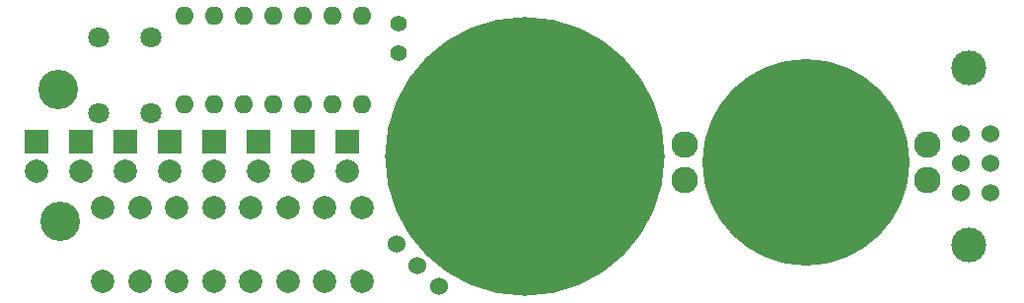
<source format=gts>
G04 #@! TF.FileFunction,Soldermask,Top*
%FSLAX46Y46*%
G04 Gerber Fmt 4.6, Leading zero omitted, Abs format (unit mm)*
G04 Created by KiCad (PCBNEW 4.0.7) date 02/28/18 07:49:30*
%MOMM*%
%LPD*%
G01*
G04 APERTURE LIST*
%ADD10C,0.100000*%
%ADD11C,1.524000*%
%ADD12O,1.600000X1.600000*%
%ADD13C,3.000000*%
%ADD14C,1.800000*%
%ADD15C,3.400000*%
%ADD16C,2.286000*%
%ADD17C,17.780000*%
%ADD18C,24.000000*%
%ADD19C,1.397000*%
%ADD20C,2.000000*%
%ADD21R,2.000000X2.000000*%
%ADD22C,1.998980*%
G04 APERTURE END LIST*
D10*
D11*
X194037949Y-91929949D03*
X192241898Y-90133898D03*
X195834000Y-93726000D03*
D12*
X189230000Y-70485000D03*
X186690000Y-70485000D03*
X184150000Y-70485000D03*
X181610000Y-70485000D03*
X179070000Y-70485000D03*
X176530000Y-70485000D03*
X173990000Y-70485000D03*
X173990000Y-78105000D03*
X176530000Y-78105000D03*
X179070000Y-78105000D03*
X181610000Y-78105000D03*
X184150000Y-78105000D03*
X186690000Y-78105000D03*
X189230000Y-78105000D03*
D13*
X241300000Y-90170000D03*
D14*
X171160000Y-78815000D03*
X166660000Y-78815000D03*
X171160000Y-72315000D03*
X166660000Y-72315000D03*
D15*
X163195000Y-76835000D03*
D16*
X216916000Y-84582000D03*
X237744000Y-84582000D03*
X216916000Y-81534000D03*
X237744000Y-81534000D03*
D17*
X227330000Y-83058000D03*
D13*
X241300000Y-74930000D03*
D15*
X163322000Y-88138000D03*
D18*
X203200000Y-82550000D03*
D19*
X192405000Y-71120000D03*
X192405000Y-73660000D03*
D20*
X187960000Y-83820000D03*
D21*
X187960000Y-81280000D03*
D20*
X184150000Y-83820000D03*
D21*
X184150000Y-81280000D03*
D20*
X180340000Y-83820000D03*
D21*
X180340000Y-81280000D03*
D20*
X176530000Y-83820000D03*
D21*
X176530000Y-81280000D03*
D20*
X172720000Y-83820000D03*
D21*
X172720000Y-81280000D03*
D20*
X168910000Y-83820000D03*
D21*
X168910000Y-81280000D03*
D20*
X165100000Y-83820000D03*
D21*
X165100000Y-81280000D03*
D20*
X161290000Y-83820000D03*
D21*
X161290000Y-81280000D03*
D22*
X189230000Y-86995000D03*
X189230000Y-93345000D03*
X186055000Y-86995000D03*
X186055000Y-93345000D03*
X182880000Y-86995000D03*
X182880000Y-93345000D03*
X179705000Y-86995000D03*
X179705000Y-93345000D03*
X176530000Y-86995000D03*
X176530000Y-93345000D03*
X173355000Y-86995000D03*
X173355000Y-93345000D03*
X170180000Y-86995000D03*
X170180000Y-93345000D03*
X167005000Y-86995000D03*
X167005000Y-93345000D03*
D11*
X240665000Y-80645000D03*
X240665000Y-83185000D03*
X240665000Y-85725000D03*
X243205000Y-85725000D03*
X243205000Y-83185000D03*
X243205000Y-80645000D03*
M02*

</source>
